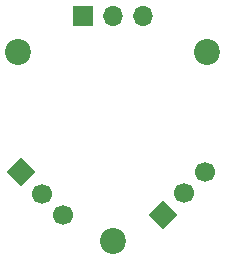
<source format=gbr>
%TF.GenerationSoftware,KiCad,Pcbnew,8.0.8*%
%TF.CreationDate,2025-03-13T11:30:44-04:00*%
%TF.ProjectId,Anemosens Sensor,416e656d-6f73-4656-9e73-2053656e736f,rev?*%
%TF.SameCoordinates,Original*%
%TF.FileFunction,Soldermask,Bot*%
%TF.FilePolarity,Negative*%
%FSLAX46Y46*%
G04 Gerber Fmt 4.6, Leading zero omitted, Abs format (unit mm)*
G04 Created by KiCad (PCBNEW 8.0.8) date 2025-03-13 11:30:44*
%MOMM*%
%LPD*%
G01*
G04 APERTURE LIST*
G04 Aperture macros list*
%AMHorizOval*
0 Thick line with rounded ends*
0 $1 width*
0 $2 $3 position (X,Y) of the first rounded end (center of the circle)*
0 $4 $5 position (X,Y) of the second rounded end (center of the circle)*
0 Add line between two ends*
20,1,$1,$2,$3,$4,$5,0*
0 Add two circle primitives to create the rounded ends*
1,1,$1,$2,$3*
1,1,$1,$4,$5*%
%AMRotRect*
0 Rectangle, with rotation*
0 The origin of the aperture is its center*
0 $1 length*
0 $2 width*
0 $3 Rotation angle, in degrees counterclockwise*
0 Add horizontal line*
21,1,$1,$2,0,0,$3*%
G04 Aperture macros list end*
%ADD10C,2.200000*%
%ADD11RotRect,1.700000X1.700000X135.000000*%
%ADD12HorizOval,1.700000X0.000000X0.000000X0.000000X0.000000X0*%
%ADD13RotRect,1.700000X1.700000X45.000000*%
%ADD14HorizOval,1.700000X0.000000X0.000000X0.000000X0.000000X0*%
%ADD15R,1.700000X1.700000*%
%ADD16O,1.700000X1.700000*%
G04 APERTURE END LIST*
D10*
%TO.C,REF\u002A\u002A*%
X128000000Y-87000000D03*
%TD*%
D11*
%TO.C,J2*%
X140214555Y-100785445D03*
D12*
X142010606Y-98989394D03*
X143806657Y-97193343D03*
%TD*%
D13*
%TO.C,J1*%
X128203949Y-97203949D03*
D14*
X130000000Y-99000000D03*
X131796051Y-100796051D03*
%TD*%
D15*
%TO.C,J3*%
X133475000Y-84000000D03*
D16*
X136015000Y-84000000D03*
X138555000Y-84000000D03*
%TD*%
D10*
%TO.C,REF\u002A\u002A*%
X144000000Y-87000000D03*
%TD*%
%TO.C,REF\u002A\u002A*%
X136000000Y-103000000D03*
%TD*%
M02*

</source>
